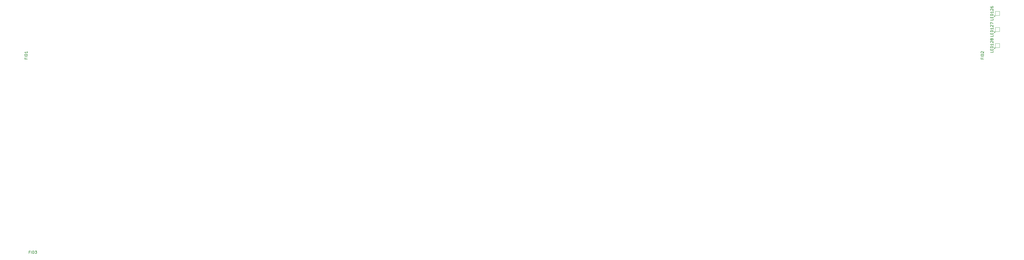
<source format=gbr>
G04 #@! TF.GenerationSoftware,KiCad,Pcbnew,(6.0.0-rc1-dev-711-gaf8715da8)*
G04 #@! TF.CreationDate,2018-11-26T01:45:55-05:00*
G04 #@! TF.ProjectId,Kira,4B6972612E6B696361645F7063620000,1.02c*
G04 #@! TF.SameCoordinates,Original*
G04 #@! TF.FileFunction,Legend,Top*
G04 #@! TF.FilePolarity,Positive*
%FSLAX46Y46*%
G04 Gerber Fmt 4.6, Leading zero omitted, Abs format (unit mm)*
G04 Created by KiCad (PCBNEW (6.0.0-rc1-dev-711-gaf8715da8)) date 11/26/2018 1:45:55 AM*
%MOMM*%
%LPD*%
G01*
G04 APERTURE LIST*
%ADD10C,0.100000*%
%ADD11C,0.250000*%
%ADD12C,0.150000*%
%ADD13C,0.200000*%
G04 APERTURE END LIST*
D10*
G04 #@! TO.C,LED128*
X397763900Y-57441200D02*
X397763900Y-58941200D01*
X397763900Y-58941200D02*
X396163900Y-58941200D01*
X396163900Y-58941200D02*
X396163900Y-57441200D01*
X396163900Y-57441200D02*
X397763900Y-57441200D01*
D11*
X396128900Y-59204800D02*
G75*
G03X396128900Y-59204800I-127000J0D01*
G01*
D10*
G04 #@! TO.C,LED127*
X397763900Y-51446800D02*
X397763900Y-52946800D01*
X397763900Y-52946800D02*
X396163900Y-52946800D01*
X396163900Y-52946800D02*
X396163900Y-51446800D01*
X396163900Y-51446800D02*
X397763900Y-51446800D01*
D11*
X396128900Y-53210400D02*
G75*
G03X396128900Y-53210400I-127000J0D01*
G01*
D10*
G04 #@! TO.C,LED126*
X397763900Y-45452400D02*
X397763900Y-46952400D01*
X397763900Y-46952400D02*
X396163900Y-46952400D01*
X396163900Y-46952400D02*
X396163900Y-45452400D01*
X396163900Y-45452400D02*
X397763900Y-45452400D01*
D11*
X396128900Y-47216000D02*
G75*
G03X396128900Y-47216000I-127000J0D01*
G01*
G04 #@! TO.C,LED128*
D12*
X395422380Y-60300928D02*
X395422380Y-60777119D01*
X394422380Y-60777119D01*
X394898571Y-59967595D02*
X394898571Y-59634261D01*
X395422380Y-59491404D02*
X395422380Y-59967595D01*
X394422380Y-59967595D01*
X394422380Y-59491404D01*
X395422380Y-59062833D02*
X394422380Y-59062833D01*
X394422380Y-58824738D01*
X394470000Y-58681880D01*
X394565238Y-58586642D01*
X394660476Y-58539023D01*
X394850952Y-58491404D01*
X394993809Y-58491404D01*
X395184285Y-58539023D01*
X395279523Y-58586642D01*
X395374761Y-58681880D01*
X395422380Y-58824738D01*
X395422380Y-59062833D01*
X395422380Y-57539023D02*
X395422380Y-58110452D01*
X395422380Y-57824738D02*
X394422380Y-57824738D01*
X394565238Y-57919976D01*
X394660476Y-58015214D01*
X394708095Y-58110452D01*
X394517619Y-57158071D02*
X394470000Y-57110452D01*
X394422380Y-57015214D01*
X394422380Y-56777119D01*
X394470000Y-56681880D01*
X394517619Y-56634261D01*
X394612857Y-56586642D01*
X394708095Y-56586642D01*
X394850952Y-56634261D01*
X395422380Y-57205690D01*
X395422380Y-56586642D01*
X394850952Y-56015214D02*
X394803333Y-56110452D01*
X394755714Y-56158071D01*
X394660476Y-56205690D01*
X394612857Y-56205690D01*
X394517619Y-56158071D01*
X394470000Y-56110452D01*
X394422380Y-56015214D01*
X394422380Y-55824738D01*
X394470000Y-55729500D01*
X394517619Y-55681880D01*
X394612857Y-55634261D01*
X394660476Y-55634261D01*
X394755714Y-55681880D01*
X394803333Y-55729500D01*
X394850952Y-55824738D01*
X394850952Y-56015214D01*
X394898571Y-56110452D01*
X394946190Y-56158071D01*
X395041428Y-56205690D01*
X395231904Y-56205690D01*
X395327142Y-56158071D01*
X395374761Y-56110452D01*
X395422380Y-56015214D01*
X395422380Y-55824738D01*
X395374761Y-55729500D01*
X395327142Y-55681880D01*
X395231904Y-55634261D01*
X395041428Y-55634261D01*
X394946190Y-55681880D01*
X394898571Y-55729500D01*
X394850952Y-55824738D01*
G04 #@! TO.C,LED127*
X395422380Y-54331928D02*
X395422380Y-54808119D01*
X394422380Y-54808119D01*
X394898571Y-53998595D02*
X394898571Y-53665261D01*
X395422380Y-53522404D02*
X395422380Y-53998595D01*
X394422380Y-53998595D01*
X394422380Y-53522404D01*
X395422380Y-53093833D02*
X394422380Y-53093833D01*
X394422380Y-52855738D01*
X394470000Y-52712880D01*
X394565238Y-52617642D01*
X394660476Y-52570023D01*
X394850952Y-52522404D01*
X394993809Y-52522404D01*
X395184285Y-52570023D01*
X395279523Y-52617642D01*
X395374761Y-52712880D01*
X395422380Y-52855738D01*
X395422380Y-53093833D01*
X395422380Y-51570023D02*
X395422380Y-52141452D01*
X395422380Y-51855738D02*
X394422380Y-51855738D01*
X394565238Y-51950976D01*
X394660476Y-52046214D01*
X394708095Y-52141452D01*
X394517619Y-51189071D02*
X394470000Y-51141452D01*
X394422380Y-51046214D01*
X394422380Y-50808119D01*
X394470000Y-50712880D01*
X394517619Y-50665261D01*
X394612857Y-50617642D01*
X394708095Y-50617642D01*
X394850952Y-50665261D01*
X395422380Y-51236690D01*
X395422380Y-50617642D01*
X394422380Y-50284309D02*
X394422380Y-49617642D01*
X395422380Y-50046214D01*
G04 #@! TO.C,LED126*
X395422380Y-48235928D02*
X395422380Y-48712119D01*
X394422380Y-48712119D01*
X394898571Y-47902595D02*
X394898571Y-47569261D01*
X395422380Y-47426404D02*
X395422380Y-47902595D01*
X394422380Y-47902595D01*
X394422380Y-47426404D01*
X395422380Y-46997833D02*
X394422380Y-46997833D01*
X394422380Y-46759738D01*
X394470000Y-46616880D01*
X394565238Y-46521642D01*
X394660476Y-46474023D01*
X394850952Y-46426404D01*
X394993809Y-46426404D01*
X395184285Y-46474023D01*
X395279523Y-46521642D01*
X395374761Y-46616880D01*
X395422380Y-46759738D01*
X395422380Y-46997833D01*
X395422380Y-45474023D02*
X395422380Y-46045452D01*
X395422380Y-45759738D02*
X394422380Y-45759738D01*
X394565238Y-45854976D01*
X394660476Y-45950214D01*
X394708095Y-46045452D01*
X394517619Y-45093071D02*
X394470000Y-45045452D01*
X394422380Y-44950214D01*
X394422380Y-44712119D01*
X394470000Y-44616880D01*
X394517619Y-44569261D01*
X394612857Y-44521642D01*
X394708095Y-44521642D01*
X394850952Y-44569261D01*
X395422380Y-45140690D01*
X395422380Y-44521642D01*
X394422380Y-43664500D02*
X394422380Y-43854976D01*
X394470000Y-43950214D01*
X394517619Y-43997833D01*
X394660476Y-44093071D01*
X394850952Y-44140690D01*
X395231904Y-44140690D01*
X395327142Y-44093071D01*
X395374761Y-44045452D01*
X395422380Y-43950214D01*
X395422380Y-43759738D01*
X395374761Y-43664500D01*
X395327142Y-43616880D01*
X395231904Y-43569261D01*
X394993809Y-43569261D01*
X394898571Y-43616880D01*
X394850952Y-43664500D01*
X394803333Y-43759738D01*
X394803333Y-43950214D01*
X394850952Y-44045452D01*
X394898571Y-44093071D01*
X394993809Y-44140690D01*
G04 #@! TO.C,FID3*
D13*
X35441071Y-135540571D02*
X35107738Y-135540571D01*
X35107738Y-136064380D02*
X35107738Y-135064380D01*
X35583928Y-135064380D01*
X35964880Y-136064380D02*
X35964880Y-135064380D01*
X36441071Y-136064380D02*
X36441071Y-135064380D01*
X36679166Y-135064380D01*
X36822023Y-135112000D01*
X36917261Y-135207238D01*
X36964880Y-135302476D01*
X37012500Y-135492952D01*
X37012500Y-135635809D01*
X36964880Y-135826285D01*
X36917261Y-135921523D01*
X36822023Y-136016761D01*
X36679166Y-136064380D01*
X36441071Y-136064380D01*
X37345833Y-135064380D02*
X37964880Y-135064380D01*
X37631547Y-135445333D01*
X37774404Y-135445333D01*
X37869642Y-135492952D01*
X37917261Y-135540571D01*
X37964880Y-135635809D01*
X37964880Y-135873904D01*
X37917261Y-135969142D01*
X37869642Y-136016761D01*
X37774404Y-136064380D01*
X37488690Y-136064380D01*
X37393452Y-136016761D01*
X37345833Y-135969142D01*
G04 #@! TO.C,FID1*
X33941071Y-62983928D02*
X33941071Y-63317261D01*
X34464880Y-63317261D02*
X33464880Y-63317261D01*
X33464880Y-62841071D01*
X34464880Y-62460119D02*
X33464880Y-62460119D01*
X34464880Y-61983928D02*
X33464880Y-61983928D01*
X33464880Y-61745833D01*
X33512500Y-61602976D01*
X33607738Y-61507738D01*
X33702976Y-61460119D01*
X33893452Y-61412500D01*
X34036309Y-61412500D01*
X34226785Y-61460119D01*
X34322023Y-61507738D01*
X34417261Y-61602976D01*
X34464880Y-61745833D01*
X34464880Y-61983928D01*
X34464880Y-60460119D02*
X34464880Y-61031547D01*
X34464880Y-60745833D02*
X33464880Y-60745833D01*
X33607738Y-60841071D01*
X33702976Y-60936309D01*
X33750595Y-61031547D01*
G04 #@! TO.C,FID2*
X391366571Y-62983928D02*
X391366571Y-63317261D01*
X391890380Y-63317261D02*
X390890380Y-63317261D01*
X390890380Y-62841071D01*
X391890380Y-62460119D02*
X390890380Y-62460119D01*
X391890380Y-61983928D02*
X390890380Y-61983928D01*
X390890380Y-61745833D01*
X390938000Y-61602976D01*
X391033238Y-61507738D01*
X391128476Y-61460119D01*
X391318952Y-61412500D01*
X391461809Y-61412500D01*
X391652285Y-61460119D01*
X391747523Y-61507738D01*
X391842761Y-61602976D01*
X391890380Y-61745833D01*
X391890380Y-61983928D01*
X390985619Y-61031547D02*
X390938000Y-60983928D01*
X390890380Y-60888690D01*
X390890380Y-60650595D01*
X390938000Y-60555357D01*
X390985619Y-60507738D01*
X391080857Y-60460119D01*
X391176095Y-60460119D01*
X391318952Y-60507738D01*
X391890380Y-61079166D01*
X391890380Y-60460119D01*
G04 #@! TD*
M02*

</source>
